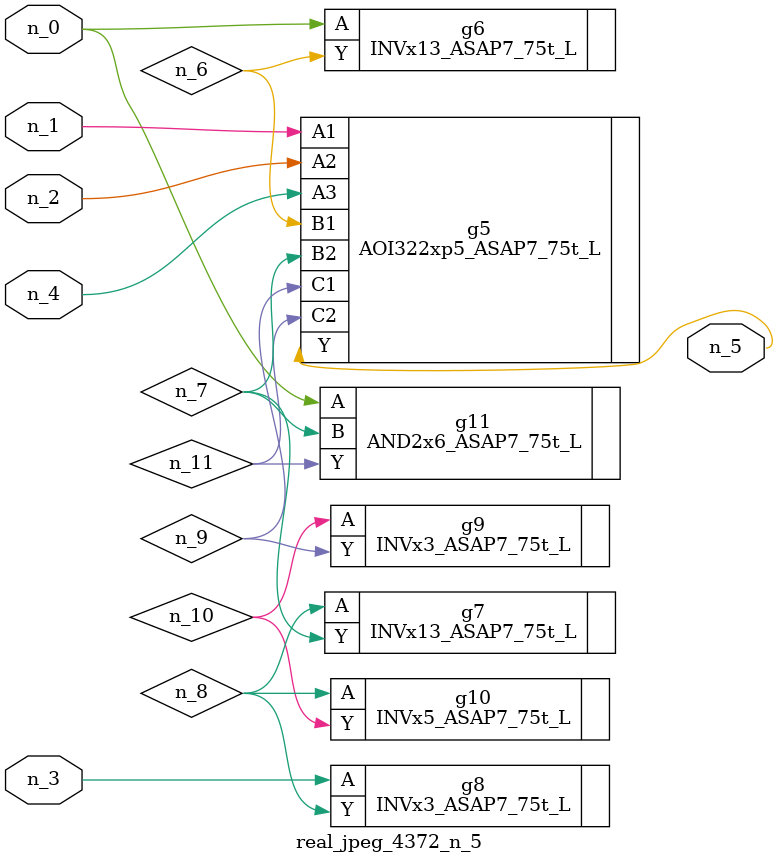
<source format=v>
module real_jpeg_4372_n_5 (n_4, n_0, n_1, n_2, n_3, n_5);

input n_4;
input n_0;
input n_1;
input n_2;
input n_3;

output n_5;

wire n_8;
wire n_11;
wire n_6;
wire n_7;
wire n_10;
wire n_9;

INVx13_ASAP7_75t_L g6 ( 
.A(n_0),
.Y(n_6)
);

AND2x6_ASAP7_75t_L g11 ( 
.A(n_0),
.B(n_7),
.Y(n_11)
);

AOI322xp5_ASAP7_75t_L g5 ( 
.A1(n_1),
.A2(n_2),
.A3(n_4),
.B1(n_6),
.B2(n_7),
.C1(n_9),
.C2(n_11),
.Y(n_5)
);

INVx3_ASAP7_75t_L g8 ( 
.A(n_3),
.Y(n_8)
);

INVx13_ASAP7_75t_L g7 ( 
.A(n_8),
.Y(n_7)
);

INVx5_ASAP7_75t_L g10 ( 
.A(n_8),
.Y(n_10)
);

INVx3_ASAP7_75t_L g9 ( 
.A(n_10),
.Y(n_9)
);


endmodule
</source>
